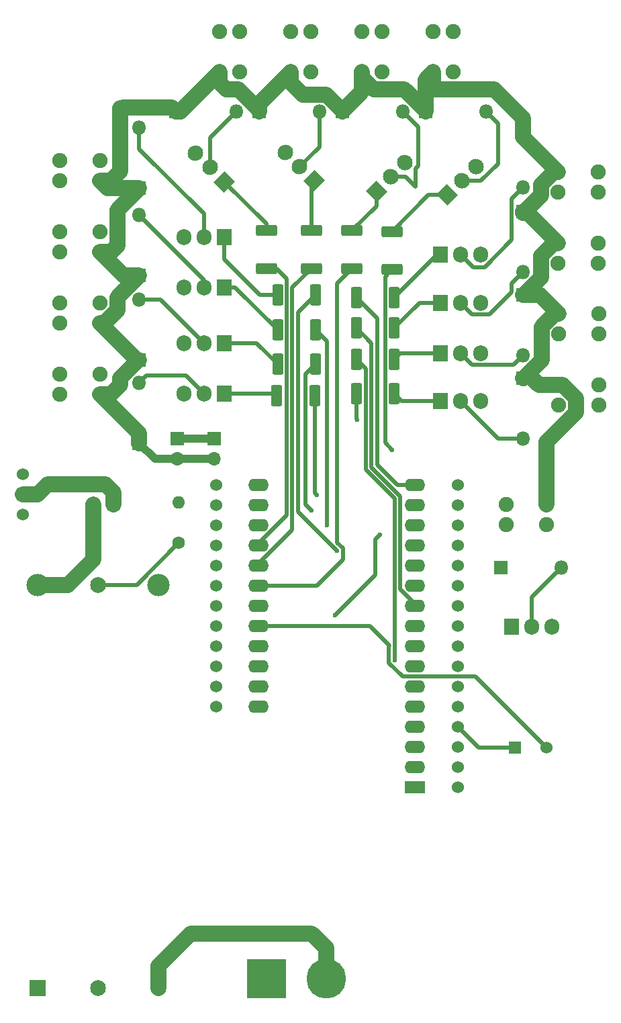
<source format=gbl>
%TF.GenerationSoftware,KiCad,Pcbnew,8.0.4*%
%TF.CreationDate,2025-02-09T16:53:56-05:00*%
%TF.ProjectId,Chassis,43686173-7369-4732-9e6b-696361645f70,rev?*%
%TF.SameCoordinates,Original*%
%TF.FileFunction,Copper,L2,Bot*%
%TF.FilePolarity,Positive*%
%FSLAX46Y46*%
G04 Gerber Fmt 4.6, Leading zero omitted, Abs format (unit mm)*
G04 Created by KiCad (PCBNEW 8.0.4) date 2025-02-09 16:53:56*
%MOMM*%
%LPD*%
G01*
G04 APERTURE LIST*
G04 Aperture macros list*
%AMRoundRect*
0 Rectangle with rounded corners*
0 $1 Rounding radius*
0 $2 $3 $4 $5 $6 $7 $8 $9 X,Y pos of 4 corners*
0 Add a 4 corners polygon primitive as box body*
4,1,4,$2,$3,$4,$5,$6,$7,$8,$9,$2,$3,0*
0 Add four circle primitives for the rounded corners*
1,1,$1+$1,$2,$3*
1,1,$1+$1,$4,$5*
1,1,$1+$1,$6,$7*
1,1,$1+$1,$8,$9*
0 Add four rect primitives between the rounded corners*
20,1,$1+$1,$2,$3,$4,$5,0*
20,1,$1+$1,$4,$5,$6,$7,0*
20,1,$1+$1,$6,$7,$8,$9,0*
20,1,$1+$1,$8,$9,$2,$3,0*%
%AMHorizOval*
0 Thick line with rounded ends*
0 $1 width*
0 $2 $3 position (X,Y) of the first rounded end (center of the circle)*
0 $4 $5 position (X,Y) of the second rounded end (center of the circle)*
0 Add line between two ends*
20,1,$1,$2,$3,$4,$5,0*
0 Add two circle primitives to create the rounded ends*
1,1,$1,$2,$3*
1,1,$1,$4,$5*%
%AMRotRect*
0 Rectangle, with rotation*
0 The origin of the aperture is its center*
0 $1 length*
0 $2 width*
0 $3 Rotation angle, in degrees counterclockwise*
0 Add horizontal line*
21,1,$1,$2,0,0,$3*%
G04 Aperture macros list end*
%TA.AperFunction,ComponentPad*%
%ADD10C,1.600000*%
%TD*%
%TA.AperFunction,ComponentPad*%
%ADD11R,1.600000X1.600000*%
%TD*%
%TA.AperFunction,ComponentPad*%
%ADD12R,5.000000X5.000000*%
%TD*%
%TA.AperFunction,ComponentPad*%
%ADD13C,5.000000*%
%TD*%
%TA.AperFunction,ComponentPad*%
%ADD14R,1.800000X1.800000*%
%TD*%
%TA.AperFunction,ComponentPad*%
%ADD15O,1.800000X1.800000*%
%TD*%
%TA.AperFunction,ComponentPad*%
%ADD16C,1.900000*%
%TD*%
%TA.AperFunction,ComponentPad*%
%ADD17RoundRect,0.250000X1.050000X0.550000X-1.050000X0.550000X-1.050000X-0.550000X1.050000X-0.550000X0*%
%TD*%
%TA.AperFunction,ComponentPad*%
%ADD18O,2.600000X1.600000*%
%TD*%
%TA.AperFunction,ComponentPad*%
%ADD19O,1.600000X1.600000*%
%TD*%
%TA.AperFunction,ComponentPad*%
%ADD20R,1.995000X1.995000*%
%TD*%
%TA.AperFunction,ComponentPad*%
%ADD21C,1.995000*%
%TD*%
%TA.AperFunction,ComponentPad*%
%ADD22C,2.820000*%
%TD*%
%TA.AperFunction,ComponentPad*%
%ADD23R,1.905000X2.000000*%
%TD*%
%TA.AperFunction,ComponentPad*%
%ADD24O,1.905000X2.000000*%
%TD*%
%TA.AperFunction,ComponentPad*%
%ADD25C,1.524000*%
%TD*%
%TA.AperFunction,ComponentPad*%
%ADD26R,1.700000X1.700000*%
%TD*%
%TA.AperFunction,ComponentPad*%
%ADD27O,1.700000X1.700000*%
%TD*%
%TA.AperFunction,ComponentPad*%
%ADD28R,1.524000X1.524000*%
%TD*%
%TA.AperFunction,ComponentPad*%
%ADD29RotRect,1.905000X2.000000X45.000000*%
%TD*%
%TA.AperFunction,ComponentPad*%
%ADD30HorizOval,1.905000X-0.033588X0.033588X0.033588X-0.033588X0*%
%TD*%
%TA.AperFunction,ComponentPad*%
%ADD31HorizOval,1.905000X0.033588X0.033588X-0.033588X-0.033588X0*%
%TD*%
%TA.AperFunction,ComponentPad*%
%ADD32RotRect,1.905000X2.000000X135.000000*%
%TD*%
%TA.AperFunction,SMDPad,CuDef*%
%ADD33RoundRect,0.249999X-1.075001X0.450001X-1.075001X-0.450001X1.075001X-0.450001X1.075001X0.450001X0*%
%TD*%
%TA.AperFunction,SMDPad,CuDef*%
%ADD34RoundRect,0.249999X0.450001X1.075001X-0.450001X1.075001X-0.450001X-1.075001X0.450001X-1.075001X0*%
%TD*%
%TA.AperFunction,SMDPad,CuDef*%
%ADD35RoundRect,0.249999X-0.450001X-1.075001X0.450001X-1.075001X0.450001X1.075001X-0.450001X1.075001X0*%
%TD*%
%TA.AperFunction,ViaPad*%
%ADD36C,0.600000*%
%TD*%
%TA.AperFunction,Conductor*%
%ADD37C,2.000000*%
%TD*%
%TA.AperFunction,Conductor*%
%ADD38C,0.500000*%
%TD*%
%TA.AperFunction,Conductor*%
%ADD39C,1.000000*%
%TD*%
%ADD40C,0.300000*%
%ADD41C,0.350000*%
G04 APERTURE END LIST*
D10*
%TO.P,C1,1*%
%TO.N,pos*%
X88065000Y-94475000D03*
D11*
%TO.P,C1,2*%
%TO.N,gnd*%
X90565000Y-94475000D03*
%TD*%
D12*
%TO.P,BT1,1,+*%
%TO.N,Net-(BT1-+)*%
X109895000Y-154305000D03*
D13*
%TO.P,BT1,2,-*%
%TO.N,Net-(BT1--)*%
X117395000Y-154305000D03*
%TD*%
D14*
%TO.P,D12,1,K*%
%TO.N,pos*%
X142240000Y-57579000D03*
D15*
%TO.P,D12,2,A*%
%TO.N,Net-(D12-A)*%
X142240000Y-65199000D03*
%TD*%
D16*
%TO.P,J13,1,Pin_1*%
%TO.N,Net-(D12-A)*%
X146621000Y-64112000D03*
X151701000Y-64112000D03*
%TO.P,J13,2,Pin_2*%
%TO.N,pos*%
X146621000Y-61572000D03*
X151701000Y-61572000D03*
%TD*%
D14*
%TO.P,D10,1,K*%
%TO.N,pos*%
X93830000Y-76277000D03*
D15*
%TO.P,D10,2,A*%
%TO.N,Net-(D10-A)*%
X93830000Y-68657000D03*
%TD*%
D17*
%TO.P,A1,1,~{RESET}*%
%TO.N,Net-(A1-~{RESET})*%
X128605000Y-130175000D03*
D18*
%TO.P,A1,2,3V3*%
%TO.N,Net-(A1-3V3)*%
X128605000Y-127635000D03*
%TO.P,A1,3,AREF*%
%TO.N,Net-(A1-AREF)*%
X128605000Y-125095000D03*
%TO.P,A1,4,GND*%
%TO.N,gnd*%
X128605000Y-122555000D03*
%TO.P,A1,5,A0*%
%TO.N,Net-(A1-A0)*%
X128605000Y-120015000D03*
%TO.P,A1,6,A1*%
%TO.N,Net-(A1-A1)*%
X128605000Y-117475000D03*
%TO.P,A1,7,A2*%
%TO.N,Net-(A1-A2)*%
X128605000Y-114935000D03*
%TO.P,A1,8,A3*%
%TO.N,Net-(A1-A3)*%
X128605000Y-112395000D03*
%TO.P,A1,9,A4*%
%TO.N,Net-(A1-A4)*%
X128605000Y-109855000D03*
%TO.P,A1,10,A5*%
%TO.N,Net-(A1-A5)*%
X128605000Y-107315000D03*
%TO.P,A1,11,SCK*%
%TO.N,Net-(A1-SCK)*%
X128605000Y-104775000D03*
%TO.P,A1,12,MOSI*%
%TO.N,Net-(A1-MOSI)*%
X128605000Y-102235000D03*
%TO.P,A1,13,MISO*%
%TO.N,Net-(A1-MISO)*%
X128605000Y-99695000D03*
%TO.P,A1,14,RX*%
%TO.N,Net-(A1-RX)*%
X128605000Y-97155000D03*
%TO.P,A1,15,TX*%
%TO.N,Net-(A1-TX)*%
X128605000Y-94615000D03*
%TO.P,A1,16,SPARE*%
%TO.N,Net-(A1-SPARE)*%
X128605000Y-92075000D03*
%TO.P,A1,17,SDA*%
%TO.N,Net-(A1-SDA)*%
X108885000Y-92075000D03*
%TO.P,A1,18,SCL*%
%TO.N,Net-(A1-SCL)*%
X108885000Y-94615000D03*
%TO.P,A1,19,D0*%
%TO.N,Net-(A1-D0)*%
X108885000Y-97155000D03*
%TO.P,A1,20,D1*%
%TO.N,Net-(A1-D1)*%
X108885000Y-99695000D03*
%TO.P,A1,21,D2*%
%TO.N,Net-(A1-D2)*%
X108885000Y-102235000D03*
%TO.P,A1,22,D3*%
%TO.N,Net-(A1-D3)*%
X108885000Y-104775000D03*
%TO.P,A1,23,D4*%
%TO.N,Net-(A1-D4)*%
X108885000Y-107315000D03*
%TO.P,A1,24,D5*%
%TO.N,Net-(A1-D5)*%
X108885000Y-109855000D03*
%TO.P,A1,25,D6*%
%TO.N,Net-(A1-D6)*%
X108885000Y-112395000D03*
%TO.P,A1,26,USB*%
%TO.N,Net-(A1-USB)*%
X108885000Y-114935000D03*
%TO.P,A1,27,EN*%
%TO.N,Net-(A1-EN)*%
X108885000Y-117475000D03*
%TO.P,A1,28,VBAT*%
%TO.N,Net-(A1-VBAT)*%
X108885000Y-120015000D03*
%TD*%
D10*
%TO.P,R14,1*%
%TO.N,Net-(PS1-TRIM)*%
X98820000Y-99330000D03*
D19*
%TO.P,R14,2*%
%TO.N,gnd*%
X98820000Y-94250000D03*
%TD*%
D14*
%TO.P,D9,1,K*%
%TO.N,pos*%
X93830000Y-65657000D03*
D15*
%TO.P,D9,2,A*%
%TO.N,Net-(D9-A)*%
X93830000Y-58037000D03*
%TD*%
D20*
%TO.P,PS1,1,+VIN*%
%TO.N,Net-(BT1-+)*%
X81040000Y-155435000D03*
D21*
%TO.P,PS1,2,CTRL/UVLO*%
%TO.N,unconnected-(PS1-CTRL{slash}UVLO-Pad2)*%
X88660000Y-155435000D03*
%TO.P,PS1,3,-VIN*%
%TO.N,Net-(BT1--)*%
X96280000Y-155435000D03*
D22*
%TO.P,PS1,4,-VOUT*%
%TO.N,gnd*%
X96280000Y-104635000D03*
D21*
%TO.P,PS1,5,TRIM*%
%TO.N,Net-(PS1-TRIM)*%
X88660000Y-104635000D03*
%TO.P,PS1,6,+SENSE*%
%TO.N,pos*%
X84850000Y-104635000D03*
D22*
%TO.P,PS1,7,+VOUT*%
X81040000Y-104635000D03*
%TD*%
D14*
%TO.P,D4,1,K*%
%TO.N,pos*%
X108927000Y-44956000D03*
D15*
%TO.P,D4,2,A*%
%TO.N,Net-(D4-A)*%
X116547000Y-44956000D03*
%TD*%
D14*
%TO.P,D3,1,K*%
%TO.N,pos*%
X119427000Y-44956000D03*
D15*
%TO.P,D3,2,A*%
%TO.N,Net-(D3-A)*%
X127047000Y-44956000D03*
%TD*%
D16*
%TO.P,J3,1,Pin_1*%
%TO.N,Net-(D2-A)*%
X133434000Y-40005000D03*
X133434000Y-34925000D03*
%TO.P,J3,2,Pin_2*%
%TO.N,pos*%
X130894000Y-40005000D03*
X130894000Y-34925000D03*
%TD*%
%TO.P,J10,1,Pin_1*%
%TO.N,Net-(D9-A)*%
X88900000Y-60157000D03*
X83820000Y-60157000D03*
%TO.P,J10,2,Pin_2*%
%TO.N,pos*%
X88900000Y-62697000D03*
X83820000Y-62697000D03*
%TD*%
%TO.P,J5,1,Pin_1*%
%TO.N,Net-(D4-A)*%
X115486000Y-40005000D03*
X115486000Y-34925000D03*
%TO.P,J5,2,Pin_2*%
%TO.N,pos*%
X112946000Y-40005000D03*
X112946000Y-34925000D03*
%TD*%
D23*
%TO.P,Q7,1,G*%
%TO.N,Net-(Q7-G)*%
X131840000Y-75425000D03*
D24*
%TO.P,Q7,2,D*%
%TO.N,Net-(D7-A)*%
X134380000Y-75425000D03*
%TO.P,Q7,3,S*%
%TO.N,gnd*%
X136920000Y-75425000D03*
%TD*%
D23*
%TO.P,Q12,1,G*%
%TO.N,Net-(Q12-G)*%
X131840000Y-69075000D03*
D24*
%TO.P,Q12,2,D*%
%TO.N,Net-(D12-A)*%
X134380000Y-69075000D03*
%TO.P,Q12,3,S*%
%TO.N,gnd*%
X136920000Y-69075000D03*
%TD*%
D14*
%TO.P,D5,1,K*%
%TO.N,pos*%
X98427000Y-44956000D03*
D15*
%TO.P,D5,2,A*%
%TO.N,Net-(D5-A)*%
X106047000Y-44956000D03*
%TD*%
D16*
%TO.P,J9,1,Pin_1*%
%TO.N,Net-(D8-A)*%
X88900000Y-51183000D03*
X83820000Y-51183000D03*
%TO.P,J9,2,Pin_2*%
%TO.N,pos*%
X88900000Y-53723000D03*
X83820000Y-53723000D03*
%TD*%
D25*
%TO.P,J17,17,Pin_17*%
%TO.N,Net-(A1-SDA)*%
X103505000Y-92075000D03*
%TO.P,J17,18,Pin_18*%
%TO.N,Net-(A1-SCL)*%
X103505000Y-94615000D03*
%TO.P,J17,19,Pin_19*%
%TO.N,Net-(A1-D0)*%
X103505000Y-97155000D03*
%TO.P,J17,20,Pin_20*%
%TO.N,Net-(A1-D1)*%
X103505000Y-99695000D03*
%TO.P,J17,21,Pin_21*%
%TO.N,Net-(A1-D2)*%
X103505000Y-102235000D03*
%TO.P,J17,22,Pin_22*%
%TO.N,Net-(A1-D3)*%
X103505000Y-104775000D03*
%TO.P,J17,23,Pin_23*%
%TO.N,Net-(A1-D4)*%
X103505000Y-107315000D03*
%TO.P,J17,24,Pin_24*%
%TO.N,Net-(A1-D5)*%
X103505000Y-109855000D03*
%TO.P,J17,25,Pin_25*%
%TO.N,Net-(A1-D6)*%
X103505000Y-112395000D03*
%TO.P,J17,26,Pin_26*%
%TO.N,Net-(A1-USB)*%
X103505000Y-114935000D03*
%TO.P,J17,27,Pin_27*%
%TO.N,Net-(A1-EN)*%
X103505000Y-117475000D03*
%TO.P,J17,28,Pin_28*%
%TO.N,Net-(A1-VBAT)*%
X103505000Y-120015000D03*
%TD*%
D14*
%TO.P,D2,1,K*%
%TO.N,pos*%
X129927000Y-44956000D03*
D15*
%TO.P,D2,2,A*%
%TO.N,Net-(D2-A)*%
X137547000Y-44956000D03*
%TD*%
D26*
%TO.P,J18,1,Pin_1*%
%TO.N,gnd*%
X103265000Y-86220000D03*
D27*
%TO.P,J18,2,Pin_2*%
%TO.N,pos*%
X103265000Y-88760000D03*
%TD*%
D25*
%TO.P,J1,1,Pin_1*%
%TO.N,Net-(A1-USB)*%
X79135000Y-95745000D03*
D28*
%TO.P,J1,2,Pin_2*%
%TO.N,gnd*%
X79135000Y-93205000D03*
D25*
%TO.P,J1,3,Pin_3*%
%TO.N,pos*%
X79135000Y-90665000D03*
%TD*%
D29*
%TO.P,Q2,1,G*%
%TO.N,Net-(Q2-G)*%
X132692898Y-55522102D03*
D30*
%TO.P,Q2,2,D*%
%TO.N,Net-(D2-A)*%
X134488949Y-53726051D03*
%TO.P,Q2,3,S*%
%TO.N,gnd*%
X136285000Y-51930000D03*
%TD*%
D26*
%TO.P,J14,1,Pin_1*%
%TO.N,gnd*%
X98615000Y-86220000D03*
D27*
%TO.P,J14,2,Pin_2*%
%TO.N,pos*%
X98615000Y-88760000D03*
%TD*%
D25*
%TO.P,J16,1,Pin_1*%
%TO.N,Net-(A1-~{RESET})*%
X133985000Y-130175000D03*
%TO.P,J16,2,Pin_2*%
%TO.N,Net-(A1-3V3)*%
X133985000Y-127635000D03*
%TO.P,J16,3,Pin_3*%
%TO.N,Net-(A1-AREF)*%
X133985000Y-125095000D03*
%TO.P,J16,4,Pin_4*%
%TO.N,gnd*%
X133985000Y-122555000D03*
%TO.P,J16,5,Pin_5*%
%TO.N,Net-(A1-A0)*%
X133985000Y-120015000D03*
%TO.P,J16,6,Pin_6*%
%TO.N,Net-(A1-A1)*%
X133985000Y-117475000D03*
%TO.P,J16,7,Pin_7*%
%TO.N,Net-(A1-A2)*%
X133985000Y-114935000D03*
%TO.P,J16,8,Pin_8*%
%TO.N,Net-(A1-A3)*%
X133985000Y-112395000D03*
%TO.P,J16,9,Pin_9*%
%TO.N,Net-(A1-A4)*%
X133985000Y-109855000D03*
%TO.P,J16,10,Pin_10*%
%TO.N,Net-(A1-A5)*%
X133985000Y-107315000D03*
%TO.P,J16,11,Pin_11*%
%TO.N,Net-(A1-SCK)*%
X133985000Y-104775000D03*
%TO.P,J16,12,Pin_12*%
%TO.N,Net-(A1-MOSI)*%
X133985000Y-102235000D03*
%TO.P,J16,13,Pin_13*%
%TO.N,Net-(A1-MISO)*%
X133985000Y-99695000D03*
%TO.P,J16,14,Pin_14*%
%TO.N,Net-(A1-RX)*%
X133985000Y-97155000D03*
%TO.P,J16,15,Pin_15*%
%TO.N,Net-(A1-TX)*%
X133985000Y-94615000D03*
%TO.P,J16,16,Pin_16*%
%TO.N,Net-(A1-SPARE)*%
X133985000Y-92075000D03*
%TD*%
D14*
%TO.P,D7,1,K*%
%TO.N,pos*%
X142240000Y-68079000D03*
D15*
%TO.P,D7,2,A*%
%TO.N,Net-(D7-A)*%
X142240000Y-75699000D03*
%TD*%
D16*
%TO.P,J4,1,Pin_1*%
%TO.N,Net-(D3-A)*%
X124460000Y-40005000D03*
X124460000Y-34925000D03*
%TO.P,J4,2,Pin_2*%
%TO.N,pos*%
X121920000Y-40005000D03*
X121920000Y-34925000D03*
%TD*%
D14*
%TO.P,D11,1,K*%
%TO.N,pos*%
X93830000Y-86777000D03*
D15*
%TO.P,D11,2,A*%
%TO.N,Net-(D11-A)*%
X93830000Y-79157000D03*
%TD*%
D23*
%TO.P,Q11,1,G*%
%TO.N,Net-(Q11-G)*%
X104535000Y-80505000D03*
D24*
%TO.P,Q11,2,D*%
%TO.N,Net-(D11-A)*%
X101995000Y-80505000D03*
%TO.P,Q11,3,S*%
%TO.N,gnd*%
X99455000Y-80505000D03*
%TD*%
D16*
%TO.P,J8,1,Pin_1*%
%TO.N,Net-(D7-A)*%
X146740000Y-73025000D03*
X151820000Y-73025000D03*
%TO.P,J8,2,Pin_2*%
%TO.N,pos*%
X146740000Y-70485000D03*
X151820000Y-70485000D03*
%TD*%
%TO.P,J2,1,Pin_1*%
%TO.N,Net-(D1-A)*%
X140095000Y-97015000D03*
X145175000Y-97015000D03*
%TO.P,J2,2,Pin_2*%
%TO.N,pos*%
X140095000Y-94475000D03*
X145175000Y-94475000D03*
%TD*%
D14*
%TO.P,D1,1,K*%
%TO.N,pos*%
X139445000Y-102460000D03*
D15*
%TO.P,D1,2,A*%
%TO.N,Net-(D1-A)*%
X147065000Y-102460000D03*
%TD*%
D29*
%TO.P,Q3,1,G*%
%TO.N,Net-(Q3-G)*%
X123727165Y-55029267D03*
D30*
%TO.P,Q3,2,D*%
%TO.N,Net-(D3-A)*%
X125523216Y-53233216D03*
%TO.P,Q3,3,S*%
%TO.N,gnd*%
X127319267Y-51437165D03*
%TD*%
D25*
%TO.P,BZ1,1,+*%
%TO.N,Net-(A1-D5)*%
X145175000Y-125180000D03*
D28*
%TO.P,BZ1,2,-*%
%TO.N,gnd*%
X141175000Y-125180000D03*
%TD*%
D23*
%TO.P,Q8,1,G*%
%TO.N,Net-(Q8-G)*%
X104534999Y-60820000D03*
D24*
%TO.P,Q8,2,D*%
%TO.N,Net-(D8-A)*%
X101994999Y-60820000D03*
%TO.P,Q8,3,S*%
%TO.N,gnd*%
X99455000Y-60820000D03*
%TD*%
D16*
%TO.P,J6,1,Pin_1*%
%TO.N,Net-(D5-A)*%
X106512000Y-40005000D03*
X106512000Y-34925000D03*
%TO.P,J6,2,Pin_2*%
%TO.N,pos*%
X103972000Y-40005000D03*
X103972000Y-34925000D03*
%TD*%
D23*
%TO.P,Q9,1,G*%
%TO.N,Net-(Q9-G)*%
X104534999Y-67170000D03*
D24*
%TO.P,Q9,2,D*%
%TO.N,Net-(D9-A)*%
X101994999Y-67170000D03*
%TO.P,Q9,3,S*%
%TO.N,gnd*%
X99454999Y-67170000D03*
%TD*%
D23*
%TO.P,Q6,1,G*%
%TO.N,Net-(Q6-G)*%
X131840000Y-81450000D03*
D24*
%TO.P,Q6,2,D*%
%TO.N,Net-(D6-A)*%
X134380000Y-81450000D03*
%TO.P,Q6,3,S*%
%TO.N,gnd*%
X136920000Y-81450000D03*
%TD*%
D16*
%TO.P,J15,1,Pin_1*%
%TO.N,Net-(D13-A)*%
X146621000Y-55138000D03*
X151701000Y-55138000D03*
%TO.P,J15,2,Pin_2*%
%TO.N,pos*%
X146621000Y-52598000D03*
X151701000Y-52598000D03*
%TD*%
D14*
%TO.P,D6,1,K*%
%TO.N,pos*%
X142240000Y-78579000D03*
D15*
%TO.P,D6,2,A*%
%TO.N,Net-(D6-A)*%
X142240000Y-86199000D03*
%TD*%
D31*
%TO.P,Q5,3,S*%
%TO.N,gnd*%
X100942898Y-50242898D03*
%TO.P,Q5,2,D*%
%TO.N,Net-(D5-A)*%
X102738949Y-52038949D03*
D32*
%TO.P,Q5,1,G*%
%TO.N,Net-(Q5-G)*%
X104535000Y-53835000D03*
%TD*%
D23*
%TO.P,Q1,1,G*%
%TO.N,Net-(Q1-G)*%
X140785000Y-109940000D03*
D24*
%TO.P,Q1,2,D*%
%TO.N,Net-(D1-A)*%
X143325000Y-109940000D03*
%TO.P,Q1,3,S*%
%TO.N,gnd*%
X145865000Y-109940000D03*
%TD*%
D14*
%TO.P,D13,1,K*%
%TO.N,pos*%
X142240000Y-46889000D03*
D15*
%TO.P,D13,2,A*%
%TO.N,Net-(D13-A)*%
X142240000Y-54509000D03*
%TD*%
D23*
%TO.P,Q13,1,G*%
%TO.N,Net-(Q13-G)*%
X131840000Y-63035000D03*
D24*
%TO.P,Q13,2,D*%
%TO.N,Net-(D13-A)*%
X134380000Y-63035000D03*
%TO.P,Q13,3,S*%
%TO.N,gnd*%
X136920000Y-63035000D03*
%TD*%
D23*
%TO.P,Q10,1,G*%
%TO.N,Net-(Q10-G)*%
X104535000Y-74155000D03*
D24*
%TO.P,Q10,2,D*%
%TO.N,Net-(D10-A)*%
X101995000Y-74155000D03*
%TO.P,Q10,3,S*%
%TO.N,gnd*%
X99455000Y-74155000D03*
%TD*%
D16*
%TO.P,J7,1,Pin_1*%
%TO.N,Net-(D6-A)*%
X146740000Y-81999000D03*
X151820000Y-81999000D03*
%TO.P,J7,2,Pin_2*%
%TO.N,pos*%
X146740000Y-79459000D03*
X151820000Y-79459000D03*
%TD*%
D31*
%TO.P,Q4,3,S*%
%TO.N,gnd*%
X112263949Y-50133949D03*
%TO.P,Q4,2,D*%
%TO.N,Net-(D4-A)*%
X114060000Y-51930000D03*
D32*
%TO.P,Q4,1,G*%
%TO.N,Net-(Q4-G)*%
X115856051Y-53726051D03*
%TD*%
D16*
%TO.P,J12,1,Pin_1*%
%TO.N,Net-(D11-A)*%
X88900000Y-78105000D03*
X83820000Y-78105000D03*
%TO.P,J12,2,Pin_2*%
%TO.N,pos*%
X88900000Y-80645000D03*
X83820000Y-80645000D03*
%TD*%
D14*
%TO.P,D8,1,K*%
%TO.N,pos*%
X93830000Y-54657000D03*
D15*
%TO.P,D8,2,A*%
%TO.N,Net-(D8-A)*%
X93830000Y-47037000D03*
%TD*%
D16*
%TO.P,J11,1,Pin_1*%
%TO.N,Net-(D10-A)*%
X88900000Y-69131000D03*
X83820000Y-69131000D03*
%TO.P,J11,2,Pin_2*%
%TO.N,pos*%
X88900000Y-71671000D03*
X83820000Y-71671000D03*
%TD*%
D33*
%TO.P,R4,2*%
%TO.N,Net-(A1-D2)*%
X115570000Y-64770000D03*
%TO.P,R4,1*%
%TO.N,Net-(Q4-G)*%
X115570000Y-59970000D03*
%TD*%
D34*
%TO.P,R12,1*%
%TO.N,Net-(Q12-G)*%
X125985000Y-72250000D03*
%TO.P,R12,2*%
%TO.N,Net-(A1-A5)*%
X121185000Y-72250000D03*
%TD*%
%TO.P,R7,1*%
%TO.N,Net-(Q7-G)*%
X125985000Y-76200000D03*
%TO.P,R7,2*%
%TO.N,Net-(A1-A0)*%
X121185000Y-76200000D03*
%TD*%
D33*
%TO.P,R5,1*%
%TO.N,Net-(Q5-G)*%
X109855000Y-59970000D03*
%TO.P,R5,2*%
%TO.N,Net-(A1-D1)*%
X109855000Y-64770000D03*
%TD*%
D34*
%TO.P,R6,1*%
%TO.N,Net-(Q6-G)*%
X125985000Y-80505000D03*
%TO.P,R6,2*%
%TO.N,Net-(A1-D0)*%
X121185000Y-80505000D03*
%TD*%
D35*
%TO.P,R11,1*%
%TO.N,Net-(Q11-G)*%
X111145000Y-80785000D03*
%TO.P,R11,2*%
%TO.N,Net-(A1-A4)*%
X115945000Y-80785000D03*
%TD*%
D33*
%TO.P,R2,2*%
%TO.N,Net-(A1-D4)*%
X125730000Y-64910000D03*
%TO.P,R2,1*%
%TO.N,Net-(Q2-G)*%
X125730000Y-60110000D03*
%TD*%
D34*
%TO.P,R13,2*%
%TO.N,Net-(A1-SPARE)*%
X121185000Y-68440000D03*
%TO.P,R13,1*%
%TO.N,Net-(Q13-G)*%
X125985000Y-68440000D03*
%TD*%
D35*
%TO.P,R10,1*%
%TO.N,Net-(Q10-G)*%
X111285000Y-76835000D03*
%TO.P,R10,2*%
%TO.N,Net-(A1-A3)*%
X116085000Y-76835000D03*
%TD*%
%TO.P,R8,1*%
%TO.N,Net-(Q8-G)*%
X111285000Y-68085000D03*
%TO.P,R8,2*%
%TO.N,Net-(A1-A1)*%
X116085000Y-68085000D03*
%TD*%
D33*
%TO.P,R3,2*%
%TO.N,Net-(A1-D3)*%
X120650000Y-64770000D03*
%TO.P,R3,1*%
%TO.N,Net-(Q3-G)*%
X120650000Y-59970000D03*
%TD*%
D35*
%TO.P,R9,1*%
%TO.N,Net-(Q9-G)*%
X111285000Y-72530000D03*
%TO.P,R9,2*%
%TO.N,Net-(A1-A2)*%
X116085000Y-72530000D03*
%TD*%
D36*
%TO.N,Net-(A1-A4)*%
X116205000Y-93345000D03*
%TO.N,Net-(A1-D0)*%
X121285000Y-83820000D03*
%TO.N,Net-(A1-A3)*%
X115570000Y-95250000D03*
%TO.N,Net-(A1-D4)*%
X125730000Y-87630000D03*
%TO.N,Net-(A1-D6)*%
X118505000Y-108445000D03*
X124220000Y-98285000D03*
%TO.N,Net-(A1-A1)*%
X118745000Y-100330000D03*
%TO.N,Net-(A1-A2)*%
X117475000Y-97155000D03*
%TO.N,Net-(A1-A0)*%
X126055811Y-114164189D03*
%TD*%
D37*
%TO.N,pos*%
X97921000Y-44450000D02*
X98427000Y-44956000D01*
X91509303Y-44525114D02*
X91720656Y-44450000D01*
X91440000Y-52526502D02*
X91440000Y-44539296D01*
X90243502Y-53723000D02*
X91440000Y-52526502D01*
X88900000Y-53723000D02*
X90243502Y-53723000D01*
X91720656Y-44450000D02*
X97921000Y-44450000D01*
%TO.N,Net-(BT1--)*%
X96280000Y-152640000D02*
X96280000Y-155435000D01*
X100330000Y-148590000D02*
X96280000Y-152640000D01*
X115570000Y-148590000D02*
X100330000Y-148590000D01*
X117395000Y-154305000D02*
X117395000Y-150415000D01*
D38*
%TO.N,Net-(A1-A4)*%
X115945000Y-80785000D02*
X115945000Y-93085000D01*
X115945000Y-93085000D02*
X116205000Y-93345000D01*
%TO.N,Net-(A1-SPARE)*%
X126365000Y-92075000D02*
X128905000Y-92075000D01*
X123825000Y-89535000D02*
X126365000Y-92075000D01*
X121185000Y-68440000D02*
X123825000Y-71080000D01*
X123825000Y-71080000D02*
X123825000Y-89535000D01*
%TO.N,Net-(A1-D0)*%
X121185000Y-80505000D02*
X121185000Y-83720000D01*
X121185000Y-83720000D02*
X121285000Y-83820000D01*
%TO.N,Net-(A1-D1)*%
X108612767Y-99695000D02*
X108585000Y-99695000D01*
X109855000Y-64770000D02*
X111179999Y-64770000D01*
X112435000Y-95872767D02*
X108612767Y-99695000D01*
X112435000Y-66025001D02*
X112435000Y-95872767D01*
X111179999Y-64770000D02*
X112435000Y-66025001D01*
%TO.N,Net-(A1-A3)*%
X114795000Y-94475000D02*
X115570000Y-95250000D01*
X116085000Y-76835000D02*
X114795000Y-78125000D01*
X114795000Y-78125000D02*
X114795000Y-94475000D01*
%TO.N,Net-(A1-A5)*%
X123125000Y-89824950D02*
X126760000Y-93459950D01*
X121185000Y-72250000D02*
X123125000Y-74190000D01*
X123125000Y-74190000D02*
X123125000Y-89824950D01*
X126760000Y-105197767D02*
X128877233Y-107315000D01*
X126760000Y-93459950D02*
X126760000Y-105197767D01*
X128877233Y-107315000D02*
X128905000Y-107315000D01*
D39*
%TO.N,gnd*%
X98615000Y-86220000D02*
X103265000Y-86220000D01*
D37*
X81040000Y-93205000D02*
X79135000Y-93205000D01*
D38*
X141175000Y-125180000D02*
X136610000Y-125180000D01*
X136610000Y-125180000D02*
X133985000Y-122555000D01*
D37*
X89525000Y-91935000D02*
X82310000Y-91935000D01*
X90565000Y-94475000D02*
X90565000Y-92975000D01*
D38*
%TO.N,Net-(A1-D4)*%
X124835000Y-86735000D02*
X125730000Y-87630000D01*
X125730000Y-64910000D02*
X124835000Y-65805000D01*
X124835000Y-65805000D02*
X124835000Y-86735000D01*
%TO.N,Net-(A1-D2)*%
X113135000Y-97712767D02*
X108612767Y-102235000D01*
X115570000Y-64770000D02*
X113135000Y-67205000D01*
X113135000Y-67205000D02*
X113135000Y-97712767D01*
X108612767Y-102235000D02*
X108585000Y-102235000D01*
%TO.N,Net-(A1-D3)*%
X120650000Y-64770000D02*
X118745000Y-66675000D01*
X119495000Y-101485000D02*
X116205000Y-104775000D01*
X119495000Y-100019339D02*
X119495000Y-101485000D01*
X118745000Y-66675000D02*
X118745000Y-69755050D01*
X116205000Y-104775000D02*
X108585000Y-104775000D01*
X118810000Y-69820050D02*
X118810000Y-99334339D01*
%TO.N,Net-(A1-D6)*%
X123585000Y-98920000D02*
X123585000Y-103365000D01*
X123585000Y-103365000D02*
X118505000Y-108445000D01*
X124220000Y-98285000D02*
X123585000Y-98920000D01*
%TO.N,Net-(A1-D5)*%
X125360000Y-112255000D02*
X122960000Y-109855000D01*
X136220000Y-116225000D02*
X127055961Y-116225000D01*
X127055961Y-116225000D02*
X125305811Y-114474850D01*
X125305811Y-114474850D02*
X125305811Y-112309189D01*
X122960000Y-109855000D02*
X108585000Y-109855000D01*
%TO.N,Net-(A1-A1)*%
X113835000Y-70335000D02*
X113835000Y-95420000D01*
X116085000Y-68085000D02*
X113835000Y-70335000D01*
X113835000Y-95420000D02*
X118745000Y-100330000D01*
%TO.N,Net-(A1-A2)*%
X116085000Y-72530000D02*
X117475000Y-73920000D01*
X117475000Y-73920000D02*
X117475000Y-97155000D01*
%TO.N,Net-(A1-A0)*%
X122425000Y-77440000D02*
X121185000Y-76200000D01*
X128877233Y-120015000D02*
X128905000Y-120015000D01*
X126055811Y-114164189D02*
X126060000Y-114160000D01*
X126060000Y-114160000D02*
X126060000Y-93749900D01*
X126060000Y-93749900D02*
X122425000Y-90114900D01*
X122425000Y-90114900D02*
X122425000Y-77440000D01*
%TO.N,Net-(D1-A)*%
X143325000Y-109940000D02*
X143325000Y-106200000D01*
X143325000Y-106200000D02*
X147065000Y-102460000D01*
D37*
%TO.N,pos*%
X142240000Y-45820000D02*
X138575000Y-42155000D01*
D39*
X95813000Y-88760000D02*
X98615000Y-88760000D01*
D37*
X142240000Y-48217000D02*
X146621000Y-52598000D01*
X144471000Y-54247440D02*
X146120440Y-52598000D01*
X127245000Y-42155000D02*
X123435000Y-42155000D01*
X93830000Y-86777000D02*
X93830000Y-85575000D01*
X114453498Y-42856000D02*
X117416849Y-42856000D01*
X144229000Y-79459000D02*
X146740000Y-79459000D01*
X129927000Y-44956000D02*
X129927000Y-40972000D01*
X142240000Y-68079000D02*
X144334000Y-68079000D01*
X108927000Y-44792000D02*
X106290000Y-42155000D01*
X84850000Y-104635000D02*
X81040000Y-104635000D01*
X130894000Y-41939000D02*
X130894000Y-40005000D01*
D39*
X93830000Y-86777000D02*
X95813000Y-88760000D01*
D37*
X121920000Y-42463000D02*
X119427000Y-44956000D01*
X93830000Y-65657000D02*
X91050000Y-68437000D01*
X93830000Y-54657000D02*
X91050000Y-57437000D01*
X93830000Y-76277000D02*
X93506000Y-76277000D01*
X103972000Y-41348502D02*
X103972000Y-40005000D01*
X91440000Y-78577151D02*
X93740151Y-76277000D01*
X142240000Y-57579000D02*
X142628000Y-57579000D01*
X93830000Y-85575000D02*
X88900000Y-80645000D01*
X142329849Y-78579000D02*
X142839425Y-78069425D01*
X108927000Y-44792000D02*
X108927000Y-44024000D01*
X144590000Y-72134440D02*
X146239440Y-70485000D01*
X123435000Y-42155000D02*
X121920000Y-40640000D01*
X117416849Y-42856000D02*
X119427000Y-44866151D01*
X148890000Y-82889560D02*
X145175000Y-86604560D01*
X91050000Y-70021560D02*
X89400560Y-71671000D01*
X93506000Y-76277000D02*
X88900000Y-71671000D01*
X144590000Y-76318849D02*
X144590000Y-72134440D01*
X142329849Y-68079000D02*
X144471000Y-65937849D01*
X91860000Y-65657000D02*
X88900000Y-62697000D01*
X108927000Y-44956000D02*
X108927000Y-44792000D01*
X88065000Y-101420000D02*
X84850000Y-104635000D01*
X142240000Y-46889000D02*
X142240000Y-45820000D01*
X90243502Y-80645000D02*
X91440000Y-79448502D01*
D39*
X103265000Y-88760000D02*
X98615000Y-88760000D01*
D38*
X118456189Y-44956000D02*
X119427000Y-44956000D01*
D37*
X142240000Y-46889000D02*
X142240000Y-48217000D01*
X142240000Y-57785000D02*
X144471000Y-55554000D01*
X142839425Y-78069425D02*
X144590000Y-76318849D01*
X144334000Y-68079000D02*
X146740000Y-70485000D01*
X142839425Y-78069425D02*
X144229000Y-79459000D01*
X88065000Y-94475000D02*
X88065000Y-101420000D01*
X142628000Y-57579000D02*
X146621000Y-61572000D01*
X144471000Y-65937849D02*
X144471000Y-63221440D01*
X106290000Y-42155000D02*
X104778498Y-42155000D01*
X145175000Y-86604560D02*
X145175000Y-94475000D01*
X142240000Y-78579000D02*
X142329849Y-78579000D01*
X144471000Y-63221440D02*
X146120440Y-61572000D01*
X99021000Y-44956000D02*
X103972000Y-40005000D01*
X147240560Y-79459000D02*
X148890000Y-81108440D01*
X129927000Y-44837000D02*
X127245000Y-42155000D01*
X121920000Y-40005000D02*
X121920000Y-42463000D01*
X112946000Y-41348502D02*
X114453498Y-42856000D01*
X93830000Y-65657000D02*
X91860000Y-65657000D01*
X138575000Y-42155000D02*
X131110000Y-42155000D01*
X91050000Y-57437000D02*
X91050000Y-61890502D01*
X90243502Y-62697000D02*
X88900000Y-62697000D01*
X108927000Y-44024000D02*
X112946000Y-40005000D01*
D38*
%TO.N,Net-(D2-A)*%
X136919559Y-53726051D02*
X134488949Y-53726051D01*
X139065000Y-46474000D02*
X137547000Y-44956000D01*
X139065000Y-51580610D02*
X139065000Y-46474000D01*
X139065000Y-51580610D02*
X136919559Y-53726051D01*
%TO.N,Net-(D3-A)*%
X128665000Y-52142042D02*
X128665000Y-54470000D01*
X128995355Y-46904355D02*
X128995355Y-51811687D01*
X127428216Y-53233216D02*
X125523216Y-53233216D01*
X128995355Y-46904355D02*
X127047000Y-44956000D01*
%TO.N,Net-(D4-A)*%
X116547000Y-49443000D02*
X114060000Y-51930000D01*
X116547000Y-44956000D02*
X116547000Y-49443000D01*
%TO.N,Net-(D5-A)*%
X106047000Y-44956000D02*
X102738949Y-48264051D01*
X102738949Y-48264051D02*
X102738949Y-52038949D01*
%TO.N,Net-(D6-A)*%
X142240000Y-86199000D02*
X139129000Y-86199000D01*
X139129000Y-86199000D02*
X134380000Y-81450000D01*
%TO.N,Net-(D7-A)*%
X135830000Y-76875000D02*
X134380000Y-75425000D01*
X141064000Y-76875000D02*
X135830000Y-76875000D01*
X142240000Y-75699000D02*
X141064000Y-76875000D01*
%TO.N,Net-(D8-A)*%
X101994999Y-57889999D02*
X101994999Y-60820000D01*
X93830000Y-49725000D02*
X101994999Y-57889999D01*
X93830000Y-47037000D02*
X93830000Y-49725000D01*
%TO.N,Net-(D9-A)*%
X101994999Y-66201999D02*
X101994999Y-67170000D01*
X93830000Y-58037000D02*
X101994999Y-66201999D01*
%TO.N,Net-(D10-A)*%
X96497000Y-68657000D02*
X101995000Y-74155000D01*
X93830000Y-68657000D02*
X96497000Y-68657000D01*
%TO.N,Net-(D11-A)*%
X94730000Y-78257000D02*
X99747000Y-78257000D01*
X99747000Y-78257000D02*
X101995000Y-80505000D01*
X93830000Y-79157000D02*
X94730000Y-78257000D01*
%TO.N,Net-(D12-A)*%
X140790000Y-67745000D02*
X138010000Y-70525000D01*
X142240000Y-65199000D02*
X140790000Y-66649000D01*
X135830000Y-70525000D02*
X134380000Y-69075000D01*
X138010000Y-70525000D02*
X135830000Y-70525000D01*
%TO.N,Net-(D13-A)*%
X140790000Y-55959000D02*
X142240000Y-54509000D01*
X140790000Y-55959000D02*
X140790000Y-61195935D01*
X135975000Y-64630000D02*
X134380000Y-63035000D01*
X140790000Y-61195935D02*
X137355935Y-64630000D01*
%TO.N,Net-(Q2-G)*%
X132692898Y-55522102D02*
X130317898Y-55522102D01*
X130317898Y-55522102D02*
X125730000Y-60110000D01*
%TO.N,Net-(Q3-G)*%
X123727165Y-56892835D02*
X120650000Y-59970000D01*
X123727165Y-55029267D02*
X123727165Y-56892835D01*
%TO.N,Net-(Q4-G)*%
X115570000Y-59970000D02*
X115570000Y-54012102D01*
X115570000Y-54012102D02*
X115856051Y-53726051D01*
%TO.N,Net-(Q5-G)*%
X109855000Y-59155000D02*
X109855000Y-59970000D01*
%TO.N,Net-(Q6-G)*%
X131840000Y-81450000D02*
X126930000Y-81450000D01*
X126930000Y-81450000D02*
X125985000Y-80505000D01*
%TO.N,Net-(Q7-G)*%
X126760000Y-75425000D02*
X125985000Y-76200000D01*
X131840000Y-75425000D02*
X126760000Y-75425000D01*
%TO.N,Net-(Q8-G)*%
X109017500Y-68085000D02*
X104534999Y-63602499D01*
X104534999Y-63602499D02*
X104534999Y-60820000D01*
X109017500Y-68085000D02*
X111285000Y-68085000D01*
%TO.N,Net-(Q9-G)*%
X105925000Y-67170000D02*
X111285000Y-72530000D01*
X104534999Y-67170000D02*
X105925000Y-67170000D01*
%TO.N,Net-(Q10-G)*%
X108605000Y-74155000D02*
X111285000Y-76835000D01*
X104535000Y-74155000D02*
X108605000Y-74155000D01*
%TO.N,Net-(Q11-G)*%
X110865000Y-80505000D02*
X111145000Y-80785000D01*
X104535000Y-80505000D02*
X110865000Y-80505000D01*
%TO.N,Net-(Q12-G)*%
X129160000Y-69075000D02*
X125985000Y-72250000D01*
X131840000Y-69075000D02*
X129160000Y-69075000D01*
%TO.N,Net-(Q13-G)*%
X131840000Y-63035000D02*
X131390000Y-63035000D01*
X131390000Y-63035000D02*
X125985000Y-68440000D01*
%TO.N,Net-(PS1-TRIM)*%
X93515000Y-104635000D02*
X98820000Y-99330000D01*
X88660000Y-104635000D02*
X93515000Y-104635000D01*
%TO.N,Net-(A1-D5)*%
X145175000Y-125180000D02*
X136220000Y-116225000D01*
%TO.N,Net-(Q5-G)*%
X104535000Y-53835000D02*
X109855000Y-59155000D01*
%TO.N,Net-(D3-A)*%
X128665000Y-54470000D02*
X127428216Y-53233216D01*
D37*
%TO.N,Net-(BT1--)*%
X117395000Y-150415000D02*
X115570000Y-148590000D01*
%TO.N,pos*%
X93830000Y-54657000D02*
X89834000Y-54657000D01*
D38*
%TO.N,Net-(D13-A)*%
X137355935Y-64630000D02*
X135975000Y-64630000D01*
%TO.N,Net-(D12-A)*%
X140790000Y-66649000D02*
X140790000Y-67745000D01*
%TO.N,Net-(D3-A)*%
X128995355Y-51811687D02*
X128665000Y-52142042D01*
D37*
%TO.N,pos*%
X142240000Y-57579000D02*
X142240000Y-57785000D01*
X91050000Y-61890502D02*
X90243502Y-62697000D01*
X131110000Y-42155000D02*
X130894000Y-41939000D01*
X148890000Y-81108440D02*
X148890000Y-82889560D01*
X119427000Y-44866151D02*
X119427000Y-44956000D01*
X129927000Y-44956000D02*
X129927000Y-44837000D01*
X104778498Y-42155000D02*
X103972000Y-41348502D01*
X146120440Y-61572000D02*
X146621000Y-61572000D01*
X144471000Y-55554000D02*
X144471000Y-54247440D01*
X89834000Y-54657000D02*
X88900000Y-53723000D01*
X146740000Y-79459000D02*
X147240560Y-79459000D01*
X93740151Y-76277000D02*
X93830000Y-76277000D01*
X89400560Y-71671000D02*
X88900000Y-71671000D01*
X121920000Y-40640000D02*
X121920000Y-40005000D01*
X129927000Y-40972000D02*
X130894000Y-40005000D01*
X91440000Y-79448502D02*
X91440000Y-78577151D01*
X88900000Y-80645000D02*
X90243502Y-80645000D01*
X91050000Y-68437000D02*
X91050000Y-70021560D01*
X142240000Y-68079000D02*
X142329849Y-68079000D01*
X112946000Y-40005000D02*
X112946000Y-41348502D01*
X146120440Y-52598000D02*
X146621000Y-52598000D01*
X146239440Y-70485000D02*
X146740000Y-70485000D01*
D38*
%TO.N,Net-(A1-D5)*%
X125305811Y-112309189D02*
X125360000Y-112255000D01*
%TO.N,Net-(A1-D3)*%
X118745000Y-69755050D02*
X118810000Y-69820050D01*
X118810000Y-99334339D02*
X119495000Y-100019339D01*
D37*
%TO.N,gnd*%
X82310000Y-91935000D02*
X81040000Y-93205000D01*
X90565000Y-92975000D02*
X89525000Y-91935000D01*
%TO.N,pos*%
X98427000Y-44956000D02*
X99021000Y-44956000D01*
X91440000Y-44539296D02*
X91509303Y-44525114D01*
%TD*%
D40*
X116205000Y-93345000D03*
X121285000Y-83820000D03*
X115570000Y-95250000D03*
X125730000Y-87630000D03*
X118505000Y-108445000D03*
X124220000Y-98285000D03*
X118745000Y-100330000D03*
X117475000Y-97155000D03*
X126055811Y-114164189D03*
D41*
X88065000Y-94475000D03*
X90565000Y-94475000D03*
X109895000Y-154305000D03*
X117395000Y-154305000D03*
X142240000Y-57579000D03*
X142240000Y-65199000D03*
X146621000Y-64112000D03*
X151701000Y-64112000D03*
X146621000Y-61572000D03*
X151701000Y-61572000D03*
X93830000Y-76277000D03*
X93830000Y-68657000D03*
X128905000Y-130175000D03*
X128905000Y-127635000D03*
X128905000Y-125095000D03*
X128905000Y-122555000D03*
X128905000Y-120015000D03*
X128905000Y-117475000D03*
X128905000Y-114935000D03*
X128905000Y-112395000D03*
X128905000Y-109855000D03*
X128905000Y-107315000D03*
X128905000Y-104775000D03*
X128905000Y-102235000D03*
X128905000Y-99695000D03*
X128905000Y-97155000D03*
X128905000Y-94615000D03*
X128905000Y-92075000D03*
X108585000Y-92075000D03*
X108585000Y-94615000D03*
X108585000Y-97155000D03*
X108585000Y-99695000D03*
X108585000Y-102235000D03*
X108585000Y-104775000D03*
X108585000Y-107315000D03*
X108585000Y-109855000D03*
X108585000Y-112395000D03*
X108585000Y-114935000D03*
X108585000Y-117475000D03*
X108585000Y-120015000D03*
X98820000Y-99330000D03*
X98820000Y-94250000D03*
X93830000Y-65657000D03*
X93830000Y-58037000D03*
X81040000Y-155435000D03*
X88660000Y-155435000D03*
X96280000Y-155435000D03*
X96280000Y-104635000D03*
X88660000Y-104635000D03*
X84850000Y-104635000D03*
X81040000Y-104635000D03*
X108927000Y-44956000D03*
X116547000Y-44956000D03*
X119427000Y-44956000D03*
X127047000Y-44956000D03*
X133434000Y-40005000D03*
X133434000Y-34925000D03*
X130894000Y-40005000D03*
X130894000Y-34925000D03*
X88900000Y-60157000D03*
X83820000Y-60157000D03*
X88900000Y-62697000D03*
X83820000Y-62697000D03*
X115486000Y-40005000D03*
X115486000Y-34925000D03*
X112946000Y-40005000D03*
X112946000Y-34925000D03*
X131840000Y-75425000D03*
X134380000Y-75425000D03*
X136920000Y-75425000D03*
X131840000Y-69075000D03*
X134380000Y-69075000D03*
X136920000Y-69075000D03*
X98427000Y-44956000D03*
X106047000Y-44956000D03*
X88900000Y-51183000D03*
X83820000Y-51183000D03*
X88900000Y-53723000D03*
X83820000Y-53723000D03*
X103505000Y-92075000D03*
X103505000Y-94615000D03*
X103505000Y-97155000D03*
X103505000Y-99695000D03*
X103505000Y-102235000D03*
X103505000Y-104775000D03*
X103505000Y-107315000D03*
X103505000Y-109855000D03*
X103505000Y-112395000D03*
X103505000Y-114935000D03*
X103505000Y-117475000D03*
X103505000Y-120015000D03*
X129927000Y-44956000D03*
X137547000Y-44956000D03*
X103265000Y-86220000D03*
X103265000Y-88760000D03*
X79135000Y-95745000D03*
X79135000Y-93205000D03*
X79135000Y-90665000D03*
X132692898Y-55522102D03*
X134488949Y-53726051D03*
X136285000Y-51930000D03*
X98615000Y-86220000D03*
X98615000Y-88760000D03*
X133985000Y-130175000D03*
X133985000Y-127635000D03*
X133985000Y-125095000D03*
X133985000Y-122555000D03*
X133985000Y-120015000D03*
X133985000Y-117475000D03*
X133985000Y-114935000D03*
X133985000Y-112395000D03*
X133985000Y-109855000D03*
X133985000Y-107315000D03*
X133985000Y-104775000D03*
X133985000Y-102235000D03*
X133985000Y-99695000D03*
X133985000Y-97155000D03*
X133985000Y-94615000D03*
X133985000Y-92075000D03*
X142240000Y-68079000D03*
X142240000Y-75699000D03*
X124460000Y-40005000D03*
X124460000Y-34925000D03*
X121920000Y-40005000D03*
X121920000Y-34925000D03*
X93830000Y-86777000D03*
X93830000Y-79157000D03*
X104535000Y-80505000D03*
X101995000Y-80505000D03*
X99455000Y-80505000D03*
X146740000Y-73025000D03*
X151820000Y-73025000D03*
X146740000Y-70485000D03*
X151820000Y-70485000D03*
X140095000Y-97015000D03*
X145175000Y-97015000D03*
X140095000Y-94475000D03*
X145175000Y-94475000D03*
X139445000Y-102460000D03*
X147065000Y-102460000D03*
X123727165Y-55029267D03*
X125523216Y-53233216D03*
X127319267Y-51437165D03*
X145175000Y-125180000D03*
X141175000Y-125180000D03*
X104534999Y-60820000D03*
X101994999Y-60820000D03*
X99455000Y-60820000D03*
X106512000Y-40005000D03*
X106512000Y-34925000D03*
X103972000Y-40005000D03*
X103972000Y-34925000D03*
X104534999Y-67170000D03*
X101994999Y-67170000D03*
X99454999Y-67170000D03*
X131840000Y-81450000D03*
X134380000Y-81450000D03*
X136920000Y-81450000D03*
X146621000Y-55138000D03*
X151701000Y-55138000D03*
X146621000Y-52598000D03*
X151701000Y-52598000D03*
X142240000Y-78579000D03*
X142240000Y-86199000D03*
X100942898Y-50242898D03*
X102738949Y-52038949D03*
X104535000Y-53835000D03*
X140785000Y-109940000D03*
X143325000Y-109940000D03*
X145865000Y-109940000D03*
X142240000Y-46889000D03*
X142240000Y-54509000D03*
X131840000Y-63035000D03*
X134380000Y-63035000D03*
X136920000Y-63035000D03*
X104535000Y-74155000D03*
X101995000Y-74155000D03*
X99455000Y-74155000D03*
X146740000Y-81999000D03*
X151820000Y-81999000D03*
X146740000Y-79459000D03*
X151820000Y-79459000D03*
X112263949Y-50133949D03*
X114060000Y-51930000D03*
X115856051Y-53726051D03*
X88900000Y-78105000D03*
X83820000Y-78105000D03*
X88900000Y-80645000D03*
X83820000Y-80645000D03*
X93830000Y-54657000D03*
X93830000Y-47037000D03*
X88900000Y-69131000D03*
X83820000Y-69131000D03*
X88900000Y-71671000D03*
X83820000Y-71671000D03*
M02*

</source>
